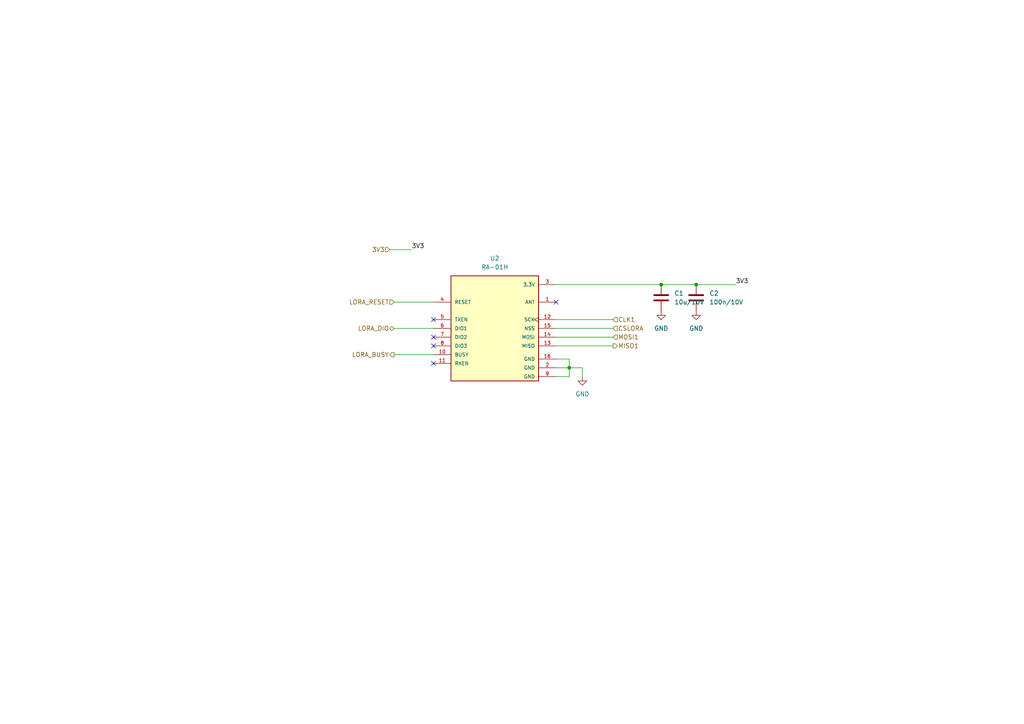
<source format=kicad_sch>
(kicad_sch (version 20250114) (generator "eeschema") (generator_version "9.0")
  (paper "A4")
  (title_block (title "ESP32 Board") (date "2025-10-18") (rev "2") (company "Team 0-06"))
  (lib_symbols
    (symbol "Customs:RA-01H" (pin_names (offset 1.016))
      (property "Reference" "U" (at -12.7 16.256 0))
      (property "Value" "RA-01H" (at -12.7 -17.78 0))
      (symbol "RA-01H_0_0"
        (rectangle (start -12.7 15.24) (end 12.7 -15.24) (stroke (width 0.254)) (fill (type background)))
        (pin input line (at -17.78 7.62 0) (length 5.08) (name "RESET") (number "4"))
        (pin bidirectional line (at -17.78 0 0) (length 5.08) (name "DIO1") (number "6"))
        (pin bidirectional line (at -17.78 -2.54 0) (length 5.08) (name "DIO2") (number "7"))
        (pin bidirectional line (at -17.78 -5.08 0) (length 5.08) (name "DIO3") (number "8"))
        (pin power_in line (at 17.78 12.7 180) (length 5.08) (name "3.3V") (number "3"))
        (pin bidirectional line (at 17.78 7.62 180) (length 5.08) (name "ANT") (number "1"))
        (pin input clock (at 17.78 2.54 180) (length 5.08) (name "SCK") (number "12"))
        (pin input line (at 17.78 0 180) (length 5.08) (name "NSS") (number "15"))
        (pin input line (at 17.78 -2.54 180) (length 5.08) (name "MOSI") (number "14"))
        (pin output line (at 17.78 -5.08 180) (length 5.08) (name "MISO") (number "13"))
        (pin power_in line (at 17.78 -8.89 180) (length 5.08) (name "GND") (number "16"))
        (pin power_in line (at 17.78 -11.43 180) (length 5.08) (name "GND") (number "2"))
        (pin power_in line (at 17.78 -13.97 180) (length 5.08) (name "GND") (number "9"))
      )
      (symbol "RA-01H_1_0"
        (pin bidirectional line (at -17.78 2.54 0) (length 5.08) (name "TXEN") (number "5"))
        (pin bidirectional line (at -17.78 -7.62 0) (length 5.08) (name "BUSY") (number "10"))
        (pin bidirectional line (at -17.78 -10.16 0) (length 5.08) (name "RXEN") (number "11"))
      )
    )
    (symbol "Device:C" (pin_numbers (hide yes)) (pin_names (offset 0.254))
      (property "Reference" "C" (at 0.635 2.54 0))
      (property "Value" "C" (at 0.635 -2.54 0))
      (symbol "C_0_1"
        (polyline (pts (xy -2.032 0.762) (xy 2.032 0.762)) (stroke (width 0.508)))
        (polyline (pts (xy -2.032 -0.762) (xy 2.032 -0.762)) (stroke (width 0.508)))
      )
      (symbol "C_1_1"
        (pin passive line (at 0 3.81 270) (length 2.794) (name "~") (number "1"))
        (pin passive line (at 0 -3.81 90) (length 2.794) (name "~") (number "2"))
      )
    )
    (symbol "power:GND" (power) (pin_numbers (hide yes)) (pin_names (offset 0) (hide yes))
      (property "Value" "GND" (at 0 -3.81 0))
      (symbol "GND_0_1"
        (polyline (pts (xy 0 0) (xy 0 -1.27) (xy 1.27 -1.27) (xy 0 -2.54) (xy -1.27 -1.27) (xy 0 -1.27)))
      )
      (symbol "GND_1_1"
        (pin power_in line (at 0 0 270) (length 0) (name "~") (number "1"))
      )
    )
  )
  (junction (at 191.77 82.55))
  (junction (at 201.93 82.55))
  (junction (at 165.1 106.68))
  (no_connect (at 125.73 100.33))
  (no_connect (at 125.73 105.41))
  (no_connect (at 125.73 92.71))
  (no_connect (at 125.73 97.79))
  (no_connect (at 161.29 87.63))
  (wire (pts (xy 161.29 92.71) (xy 177.8 92.71)))
  (wire (pts (xy 114.3 102.87) (xy 125.73 102.87)))
  (wire (pts (xy 161.29 95.25) (xy 177.8 95.25)))
  (wire (pts (xy 114.3 87.63) (xy 125.73 87.63)))
  (wire (pts (xy 161.29 100.33) (xy 177.8 100.33)))
  (wire (pts (xy 201.93 82.55) (xy 213.36 82.55)))
  (wire (pts (xy 165.1 106.68) (xy 161.29 106.68)))
  (wire (pts (xy 165.1 109.22) (xy 165.1 106.68)))
  (wire (pts (xy 161.29 104.14) (xy 165.1 104.14)))
  (wire (pts (xy 161.29 109.22) (xy 165.1 109.22)))
  (wire (pts (xy 114.3 95.25) (xy 125.73 95.25)))
  (wire (pts (xy 168.91 106.68) (xy 168.91 109.22)))
  (wire (pts (xy 191.77 82.55) (xy 201.93 82.55)))
  (wire (pts (xy 165.1 106.68) (xy 168.91 106.68)))
  (wire (pts (xy 165.1 104.14) (xy 165.1 106.68)))
  (wire (pts (xy 161.29 82.55) (xy 191.77 82.55)))
  (wire (pts (xy 161.29 97.79) (xy 177.8 97.79)))
  (wire (pts (xy 113.03 72.39) (xy 119.38 72.39)))
  (label "3V3" (at 213.36 82.55 0))
  (label "3V3" (at 119.38 72.39 0))
  (hierarchical_label "3V3" (shape input) (at 113.03 72.39 180))
  (hierarchical_label "LORA_BUSY" (shape output) (at 114.3 102.87 180))
  (hierarchical_label "CSLORA" (shape input) (at 177.8 95.25 0))
  (hierarchical_label "CLK1" (shape input) (at 177.8 92.71 0))
  (hierarchical_label "MOSI1" (shape input) (at 177.8 97.79 0))
  (hierarchical_label "MISO1" (shape output) (at 177.8 100.33 0))
  (hierarchical_label "LORA_DIO" (shape bidirectional) (at 114.3 95.25 180))
  (hierarchical_label "LORA_RESET" (shape input) (at 114.3 87.63 180))
  (symbol (lib_id "power:GND") (at 201.93 90.17 0) (unit 1)
    (property "Reference" "#PWR04" (effects (hide yes)))
    (property "Value" "GND" (at 201.93 95.25 0))
    (property "Description" "Power symbol creates a global label with name \"GND\" , ground" (effects (hide yes)))
  )
  (symbol (lib_id "Device:C") (at 201.93 86.36 0) (unit 1)
    (property "Reference" "C2" (at 205.74 85.0899 0) (effects (justify left)))
    (property "Value" "100n/10V" (at 205.74 87.6299 0) (effects (justify left)))
    (property "Footprint" "Capacitor_SMD:C_0402_1005Metric" (effects (hide yes)))
    (property "Description" "Unpolarized capacitor" (effects (hide yes)))
  )
  (symbol (lib_id "Device:C") (at 191.77 86.36 0) (unit 1)
    (property "Reference" "C1" (at 195.58 85.0899 0) (effects (justify left)))
    (property "Value" "10u/10V" (at 195.58 87.6299 0) (effects (justify left)))
    (property "Footprint" "Capacitor_SMD:C_0805_2012Metric" (effects (hide yes)))
    (property "Description" "Unpolarized capacitor" (effects (hide yes)))
  )
  (symbol (lib_id "Customs:RA-01H") (at 143.51 95.25 0) (unit 1)
    (property "Reference" "U2" (at 143.51 74.93 0))
    (property "Value" "RA-01H" (at 143.51 77.47 0))
    (property "Footprint" "Customs:XCVR_RA-01H" (effects (hide yes)))
    (property "MF" "AI-Thinker" (effects (hide yes)))
    (property "MAXIMUM_PACKAGE_HEIGHT" "3.4mm" (effects (hide yes)))
    (property "Package" "Package" (effects (hide yes)))
    (property "Price" "None" (effects (hide yes)))
    (property "Check_prices" "https://www.snapeda.com/parts/RA-01H/AI-Thinker/view-part/?ref=eda" (effects (hide yes)))
    (property "STANDARD" "Manufacturer Recommendations" (effects (hide yes)))
    (property "PARTREV" "V1.0" (effects (hide yes)))
    (property "SnapEDA_Link" "https://www.snapeda.com/parts/RA-01H/AI-Thinker/view-part/?ref=snap" (effects (hide yes)))
    (property "MP" "RA-01H" (effects (hide yes)))
    (property "Description_1" "General ISM < 1GHz LoRa™ Transceiver Module 803MHz ~ 930MHz Antenna Not Included Surface Mount" (effects (hide yes)))
    (property "Availability" "In Stock" (effects (hide yes)))
    (property "MANUFACTURER" "AI-Thinker" (effects (hide yes)))
  )
  (symbol (lib_id "power:GND") (at 168.91 109.22 0) (unit 1)
    (property "Reference" "#PWR02" (effects (hide yes)))
    (property "Value" "GND" (at 168.91 114.3 0))
    (property "Description" "Power symbol creates a global label with name \"GND\" , ground" (effects (hide yes)))
  )
  (symbol (lib_id "power:GND") (at 191.77 90.17 0) (unit 1)
    (property "Reference" "#PWR03" (effects (hide yes)))
    (property "Value" "GND" (at 191.77 95.25 0))
    (property "Description" "Power symbol creates a global label with name \"GND\" , ground" (effects (hide yes)))
  )
)
</source>
